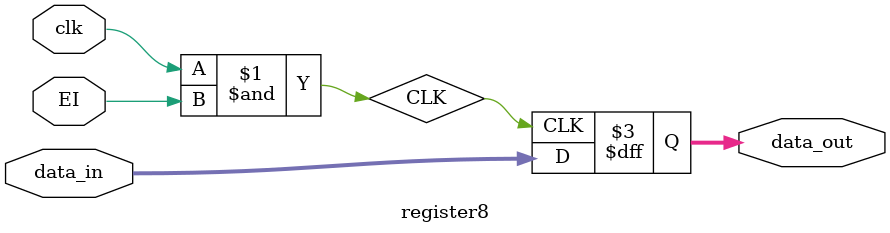
<source format=v>
`timescale 1ms/1ps
module register8(   input clk,
                    input [7:0] data_in,
                    input EI, 

                    output reg [7:0] data_out);
wire CLK;
assign CLK=(clk & EI);
always @(posedge CLK)
begin
    data_out <= data_in;
end
endmodule
</source>
